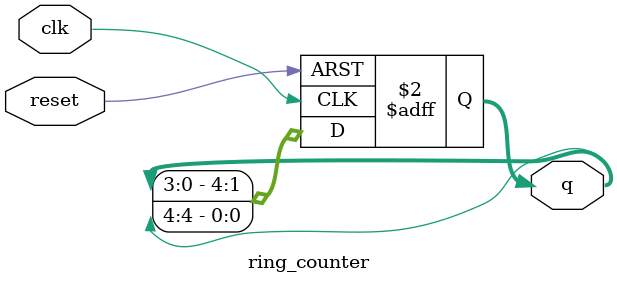
<source format=v>
module ring_counter(input clk, reset, output reg [4:0] q);
		always @(posedge clk or posedge reset) 
			begin
				if (reset)
					q <= 5'b00001;
				else
					q <= {q[3:0], q[4]};
			end
	endmodule

</source>
